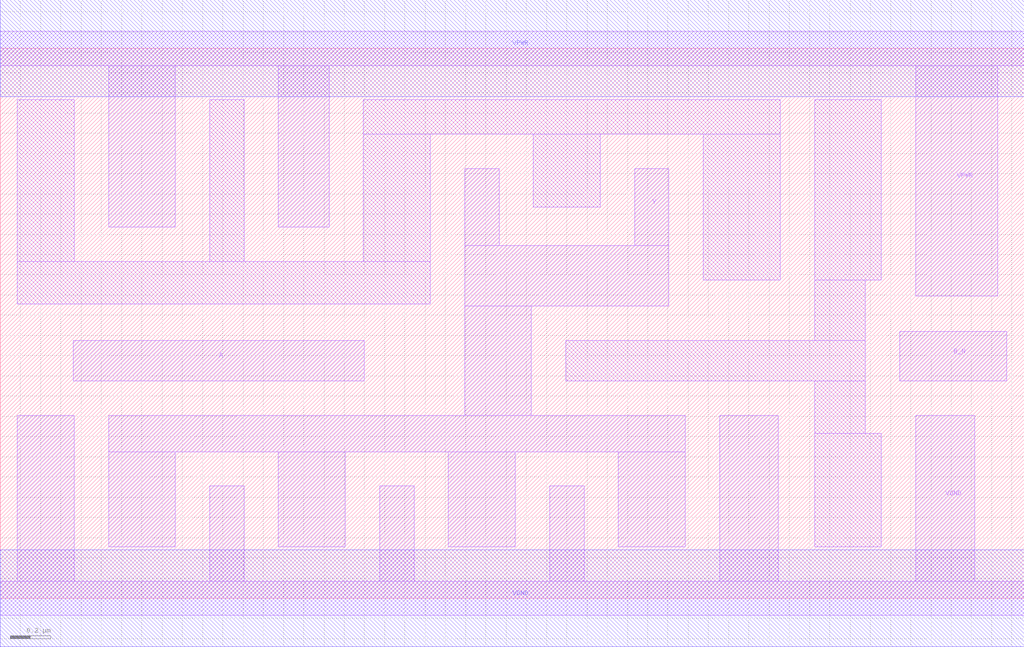
<source format=lef>
# Copyright 2020 The SkyWater PDK Authors
#
# Licensed under the Apache License, Version 2.0 (the "License");
# you may not use this file except in compliance with the License.
# You may obtain a copy of the License at
#
#     https://www.apache.org/licenses/LICENSE-2.0
#
# Unless required by applicable law or agreed to in writing, software
# distributed under the License is distributed on an "AS IS" BASIS,
# WITHOUT WARRANTIES OR CONDITIONS OF ANY KIND, either express or implied.
# See the License for the specific language governing permissions and
# limitations under the License.
#
# SPDX-License-Identifier: Apache-2.0

VERSION 5.5 ;
NAMESCASESENSITIVE ON ;
BUSBITCHARS "[]" ;
DIVIDERCHAR "/" ;
MACRO sky130_fd_sc_hd__nor2b_4
  CLASS CORE ;
  SOURCE USER ;
  ORIGIN  0.000000  0.000000 ;
  SIZE  5.060000 BY  2.720000 ;
  SYMMETRY X Y R90 ;
  SITE unithd ;
  PIN A
    ANTENNAGATEAREA  0.990000 ;
    DIRECTION INPUT ;
    USE SIGNAL ;
    PORT
      LAYER li1 ;
        RECT 0.360000 1.075000 1.800000 1.275000 ;
    END
  END A
  PIN B_N
    ANTENNAGATEAREA  0.247500 ;
    DIRECTION INPUT ;
    USE SIGNAL ;
    PORT
      LAYER li1 ;
        RECT 4.445000 1.075000 4.975000 1.320000 ;
    END
  END B_N
  PIN Y
    ANTENNADIFFAREA  1.242000 ;
    DIRECTION OUTPUT ;
    USE SIGNAL ;
    PORT
      LAYER li1 ;
        RECT 0.535000 0.255000 0.865000 0.725000 ;
        RECT 0.535000 0.725000 3.385000 0.905000 ;
        RECT 1.375000 0.255000 1.705000 0.725000 ;
        RECT 2.215000 0.255000 2.545000 0.725000 ;
        RECT 2.295000 0.905000 2.625000 1.445000 ;
        RECT 2.295000 1.445000 3.305000 1.745000 ;
        RECT 2.295000 1.745000 2.465000 2.125000 ;
        RECT 3.055000 0.255000 3.385000 0.725000 ;
        RECT 3.135000 1.745000 3.305000 2.125000 ;
    END
  END Y
  PIN VGND
    DIRECTION INOUT ;
    SHAPE ABUTMENT ;
    USE GROUND ;
    PORT
      LAYER li1 ;
        RECT 0.000000 -0.085000 5.060000 0.085000 ;
        RECT 0.085000  0.085000 0.365000 0.905000 ;
        RECT 1.035000  0.085000 1.205000 0.555000 ;
        RECT 1.875000  0.085000 2.045000 0.555000 ;
        RECT 2.715000  0.085000 2.885000 0.555000 ;
        RECT 3.555000  0.085000 3.845000 0.905000 ;
        RECT 4.525000  0.085000 4.815000 0.905000 ;
    END
    PORT
      LAYER met1 ;
        RECT 0.000000 -0.240000 5.060000 0.240000 ;
    END
  END VGND
  PIN VPWR
    DIRECTION INOUT ;
    SHAPE ABUTMENT ;
    USE POWER ;
    PORT
      LAYER li1 ;
        RECT 0.000000 2.635000 5.060000 2.805000 ;
        RECT 0.535000 1.835000 0.865000 2.635000 ;
        RECT 1.375000 1.835000 1.625000 2.635000 ;
        RECT 4.525000 1.495000 4.930000 2.635000 ;
    END
    PORT
      LAYER met1 ;
        RECT 0.000000 2.480000 5.060000 2.960000 ;
    END
  END VPWR
  OBS
    LAYER li1 ;
      RECT 0.085000 1.455000 2.125000 1.665000 ;
      RECT 0.085000 1.665000 0.365000 2.465000 ;
      RECT 1.035000 1.665000 1.205000 2.465000 ;
      RECT 1.795000 1.665000 2.125000 2.295000 ;
      RECT 1.795000 2.295000 3.855000 2.465000 ;
      RECT 2.635000 1.935000 2.965000 2.295000 ;
      RECT 2.795000 1.075000 4.275000 1.275000 ;
      RECT 3.475000 1.575000 3.855000 2.295000 ;
      RECT 4.025000 0.255000 4.355000 0.815000 ;
      RECT 4.025000 0.815000 4.275000 1.075000 ;
      RECT 4.025000 1.275000 4.275000 1.575000 ;
      RECT 4.025000 1.575000 4.355000 2.465000 ;
  END
END sky130_fd_sc_hd__nor2b_4
END LIBRARY

</source>
